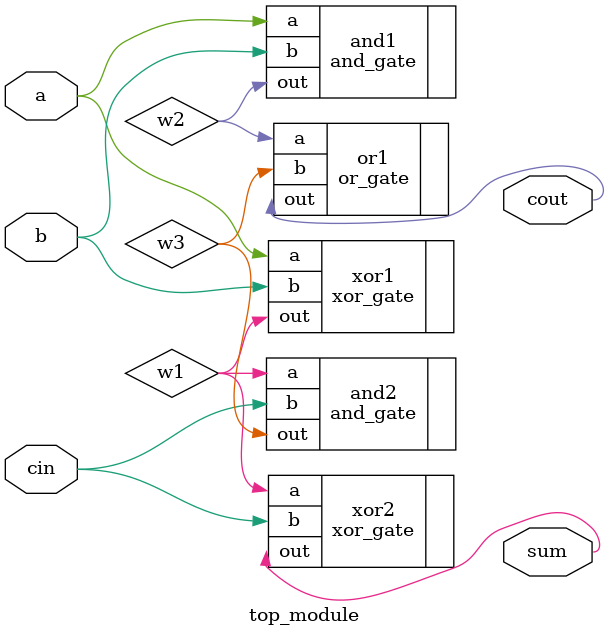
<source format=sv>
module top_module (
	input a,
	input b,
	input cin,
	output cout,
	output sum
);
	
	// Create intermediate signals
	wire w1, w2, w3;
	
	// Implement XOR gates
	xor_gate xor1(.a(a), .b(b), .out(w1));
	xor_gate xor2(.a(w1), .b(cin), .out(sum));
	
	// Implement AND gates
	and_gate and1(.a(a), .b(b), .out(w2));
	and_gate and2(.a(w1), .b(cin), .out(w3));
	
	// Implement OR gate
	or_gate or1(.a(w2), .b(w3), .out(cout));
	
endmodule

</source>
